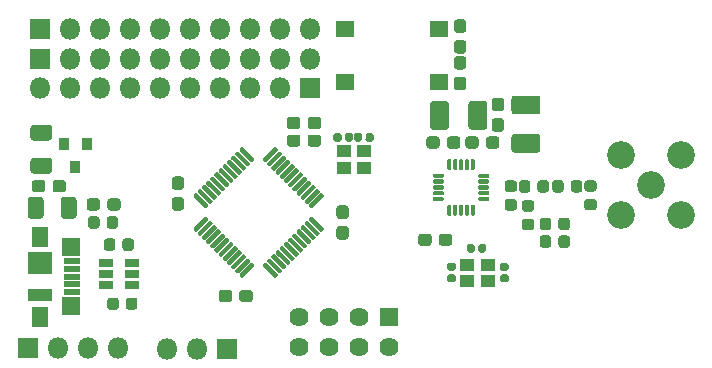
<source format=gbr>
%TF.GenerationSoftware,KiCad,Pcbnew,(5.1.6)-1*%
%TF.CreationDate,2020-09-08T20:54:55+07:00*%
%TF.ProjectId,RX_nrf24,52585f6e-7266-4323-942e-6b696361645f,rev?*%
%TF.SameCoordinates,Original*%
%TF.FileFunction,Soldermask,Top*%
%TF.FilePolarity,Negative*%
%FSLAX46Y46*%
G04 Gerber Fmt 4.6, Leading zero omitted, Abs format (unit mm)*
G04 Created by KiCad (PCBNEW (5.1.6)-1) date 2020-09-08 20:54:55*
%MOMM*%
%LPD*%
G01*
G04 APERTURE LIST*
%ADD10C,1.624000*%
%ADD11R,1.624000X1.624000*%
%ADD12R,1.250000X1.100000*%
%ADD13O,1.800000X1.800000*%
%ADD14R,1.800000X1.800000*%
%ADD15R,0.900000X1.000000*%
%ADD16C,2.350000*%
%ADD17R,2.000000X1.100000*%
%ADD18R,2.000000X1.900000*%
%ADD19R,1.400000X1.750000*%
%ADD20R,1.650000X1.525000*%
%ADD21R,1.480000X0.550000*%
%ADD22R,1.650000X1.400000*%
%ADD23R,1.160000X0.750000*%
G04 APERTURE END LIST*
%TO.C,C12*%
G36*
G01*
X193633333Y-95225000D02*
X191716667Y-95225000D01*
G75*
G02*
X191450000Y-94958333I0J266667D01*
G01*
X191450000Y-93891667D01*
G75*
G02*
X191716667Y-93625000I266667J0D01*
G01*
X193633333Y-93625000D01*
G75*
G02*
X193900000Y-93891667I0J-266667D01*
G01*
X193900000Y-94958333D01*
G75*
G02*
X193633333Y-95225000I-266667J0D01*
G01*
G37*
G36*
G01*
X193633333Y-98475000D02*
X191716667Y-98475000D01*
G75*
G02*
X191450000Y-98208333I0J266667D01*
G01*
X191450000Y-97141667D01*
G75*
G02*
X191716667Y-96875000I266667J0D01*
G01*
X193633333Y-96875000D01*
G75*
G02*
X193900000Y-97141667I0J-266667D01*
G01*
X193900000Y-98208333D01*
G75*
G02*
X193633333Y-98475000I-266667J0D01*
G01*
G37*
%TD*%
D10*
%TO.C,nRF*%
X173430000Y-114900000D03*
X173430000Y-112360000D03*
X175970000Y-114900000D03*
X175970000Y-112360000D03*
X178510000Y-114900000D03*
X178510000Y-112360000D03*
X181050000Y-114900000D03*
D11*
X181050000Y-112360000D03*
%TD*%
%TO.C,R3*%
G36*
G01*
X157220000Y-103102500D02*
X157220000Y-102577500D01*
G75*
G02*
X157482500Y-102315000I262500J0D01*
G01*
X158107500Y-102315000D01*
G75*
G02*
X158370000Y-102577500I0J-262500D01*
G01*
X158370000Y-103102500D01*
G75*
G02*
X158107500Y-103365000I-262500J0D01*
G01*
X157482500Y-103365000D01*
G75*
G02*
X157220000Y-103102500I0J262500D01*
G01*
G37*
G36*
G01*
X155470000Y-103102500D02*
X155470000Y-102577500D01*
G75*
G02*
X155732500Y-102315000I262500J0D01*
G01*
X156357500Y-102315000D01*
G75*
G02*
X156620000Y-102577500I0J-262500D01*
G01*
X156620000Y-103102500D01*
G75*
G02*
X156357500Y-103365000I-262500J0D01*
G01*
X155732500Y-103365000D01*
G75*
G02*
X155470000Y-103102500I0J262500D01*
G01*
G37*
%TD*%
%TO.C,C15*%
G36*
G01*
X167800000Y-110337500D02*
X167800000Y-110862500D01*
G75*
G02*
X167537500Y-111125000I-262500J0D01*
G01*
X166912500Y-111125000D01*
G75*
G02*
X166650000Y-110862500I0J262500D01*
G01*
X166650000Y-110337500D01*
G75*
G02*
X166912500Y-110075000I262500J0D01*
G01*
X167537500Y-110075000D01*
G75*
G02*
X167800000Y-110337500I0J-262500D01*
G01*
G37*
G36*
G01*
X169550000Y-110337500D02*
X169550000Y-110862500D01*
G75*
G02*
X169287500Y-111125000I-262500J0D01*
G01*
X168662500Y-111125000D01*
G75*
G02*
X168400000Y-110862500I0J262500D01*
G01*
X168400000Y-110337500D01*
G75*
G02*
X168662500Y-110075000I262500J0D01*
G01*
X169287500Y-110075000D01*
G75*
G02*
X169550000Y-110337500I0J-262500D01*
G01*
G37*
%TD*%
%TO.C,nRF24*%
G36*
G01*
X186005000Y-99842500D02*
X186005000Y-99092500D01*
G75*
G02*
X186092500Y-99005000I87500J0D01*
G01*
X186267500Y-99005000D01*
G75*
G02*
X186355000Y-99092500I0J-87500D01*
G01*
X186355000Y-99842500D01*
G75*
G02*
X186267500Y-99930000I-87500J0D01*
G01*
X186092500Y-99930000D01*
G75*
G02*
X186005000Y-99842500I0J87500D01*
G01*
G37*
G36*
G01*
X186505000Y-99842500D02*
X186505000Y-99092500D01*
G75*
G02*
X186592500Y-99005000I87500J0D01*
G01*
X186767500Y-99005000D01*
G75*
G02*
X186855000Y-99092500I0J-87500D01*
G01*
X186855000Y-99842500D01*
G75*
G02*
X186767500Y-99930000I-87500J0D01*
G01*
X186592500Y-99930000D01*
G75*
G02*
X186505000Y-99842500I0J87500D01*
G01*
G37*
G36*
G01*
X187005000Y-99842500D02*
X187005000Y-99092500D01*
G75*
G02*
X187092500Y-99005000I87500J0D01*
G01*
X187267500Y-99005000D01*
G75*
G02*
X187355000Y-99092500I0J-87500D01*
G01*
X187355000Y-99842500D01*
G75*
G02*
X187267500Y-99930000I-87500J0D01*
G01*
X187092500Y-99930000D01*
G75*
G02*
X187005000Y-99842500I0J87500D01*
G01*
G37*
G36*
G01*
X187505000Y-99842500D02*
X187505000Y-99092500D01*
G75*
G02*
X187592500Y-99005000I87500J0D01*
G01*
X187767500Y-99005000D01*
G75*
G02*
X187855000Y-99092500I0J-87500D01*
G01*
X187855000Y-99842500D01*
G75*
G02*
X187767500Y-99930000I-87500J0D01*
G01*
X187592500Y-99930000D01*
G75*
G02*
X187505000Y-99842500I0J87500D01*
G01*
G37*
G36*
G01*
X188005000Y-99842500D02*
X188005000Y-99092500D01*
G75*
G02*
X188092500Y-99005000I87500J0D01*
G01*
X188267500Y-99005000D01*
G75*
G02*
X188355000Y-99092500I0J-87500D01*
G01*
X188355000Y-99842500D01*
G75*
G02*
X188267500Y-99930000I-87500J0D01*
G01*
X188092500Y-99930000D01*
G75*
G02*
X188005000Y-99842500I0J87500D01*
G01*
G37*
G36*
G01*
X188655000Y-100492500D02*
X188655000Y-100317500D01*
G75*
G02*
X188742500Y-100230000I87500J0D01*
G01*
X189492500Y-100230000D01*
G75*
G02*
X189580000Y-100317500I0J-87500D01*
G01*
X189580000Y-100492500D01*
G75*
G02*
X189492500Y-100580000I-87500J0D01*
G01*
X188742500Y-100580000D01*
G75*
G02*
X188655000Y-100492500I0J87500D01*
G01*
G37*
G36*
G01*
X188655000Y-100992500D02*
X188655000Y-100817500D01*
G75*
G02*
X188742500Y-100730000I87500J0D01*
G01*
X189492500Y-100730000D01*
G75*
G02*
X189580000Y-100817500I0J-87500D01*
G01*
X189580000Y-100992500D01*
G75*
G02*
X189492500Y-101080000I-87500J0D01*
G01*
X188742500Y-101080000D01*
G75*
G02*
X188655000Y-100992500I0J87500D01*
G01*
G37*
G36*
G01*
X188655000Y-101492500D02*
X188655000Y-101317500D01*
G75*
G02*
X188742500Y-101230000I87500J0D01*
G01*
X189492500Y-101230000D01*
G75*
G02*
X189580000Y-101317500I0J-87500D01*
G01*
X189580000Y-101492500D01*
G75*
G02*
X189492500Y-101580000I-87500J0D01*
G01*
X188742500Y-101580000D01*
G75*
G02*
X188655000Y-101492500I0J87500D01*
G01*
G37*
G36*
G01*
X188655000Y-101992500D02*
X188655000Y-101817500D01*
G75*
G02*
X188742500Y-101730000I87500J0D01*
G01*
X189492500Y-101730000D01*
G75*
G02*
X189580000Y-101817500I0J-87500D01*
G01*
X189580000Y-101992500D01*
G75*
G02*
X189492500Y-102080000I-87500J0D01*
G01*
X188742500Y-102080000D01*
G75*
G02*
X188655000Y-101992500I0J87500D01*
G01*
G37*
G36*
G01*
X188655000Y-102492500D02*
X188655000Y-102317500D01*
G75*
G02*
X188742500Y-102230000I87500J0D01*
G01*
X189492500Y-102230000D01*
G75*
G02*
X189580000Y-102317500I0J-87500D01*
G01*
X189580000Y-102492500D01*
G75*
G02*
X189492500Y-102580000I-87500J0D01*
G01*
X188742500Y-102580000D01*
G75*
G02*
X188655000Y-102492500I0J87500D01*
G01*
G37*
G36*
G01*
X188005000Y-103717500D02*
X188005000Y-102967500D01*
G75*
G02*
X188092500Y-102880000I87500J0D01*
G01*
X188267500Y-102880000D01*
G75*
G02*
X188355000Y-102967500I0J-87500D01*
G01*
X188355000Y-103717500D01*
G75*
G02*
X188267500Y-103805000I-87500J0D01*
G01*
X188092500Y-103805000D01*
G75*
G02*
X188005000Y-103717500I0J87500D01*
G01*
G37*
G36*
G01*
X187505000Y-103717500D02*
X187505000Y-102967500D01*
G75*
G02*
X187592500Y-102880000I87500J0D01*
G01*
X187767500Y-102880000D01*
G75*
G02*
X187855000Y-102967500I0J-87500D01*
G01*
X187855000Y-103717500D01*
G75*
G02*
X187767500Y-103805000I-87500J0D01*
G01*
X187592500Y-103805000D01*
G75*
G02*
X187505000Y-103717500I0J87500D01*
G01*
G37*
G36*
G01*
X187005000Y-103717500D02*
X187005000Y-102967500D01*
G75*
G02*
X187092500Y-102880000I87500J0D01*
G01*
X187267500Y-102880000D01*
G75*
G02*
X187355000Y-102967500I0J-87500D01*
G01*
X187355000Y-103717500D01*
G75*
G02*
X187267500Y-103805000I-87500J0D01*
G01*
X187092500Y-103805000D01*
G75*
G02*
X187005000Y-103717500I0J87500D01*
G01*
G37*
G36*
G01*
X186505000Y-103717500D02*
X186505000Y-102967500D01*
G75*
G02*
X186592500Y-102880000I87500J0D01*
G01*
X186767500Y-102880000D01*
G75*
G02*
X186855000Y-102967500I0J-87500D01*
G01*
X186855000Y-103717500D01*
G75*
G02*
X186767500Y-103805000I-87500J0D01*
G01*
X186592500Y-103805000D01*
G75*
G02*
X186505000Y-103717500I0J87500D01*
G01*
G37*
G36*
G01*
X186005000Y-103717500D02*
X186005000Y-102967500D01*
G75*
G02*
X186092500Y-102880000I87500J0D01*
G01*
X186267500Y-102880000D01*
G75*
G02*
X186355000Y-102967500I0J-87500D01*
G01*
X186355000Y-103717500D01*
G75*
G02*
X186267500Y-103805000I-87500J0D01*
G01*
X186092500Y-103805000D01*
G75*
G02*
X186005000Y-103717500I0J87500D01*
G01*
G37*
G36*
G01*
X184780000Y-102492500D02*
X184780000Y-102317500D01*
G75*
G02*
X184867500Y-102230000I87500J0D01*
G01*
X185617500Y-102230000D01*
G75*
G02*
X185705000Y-102317500I0J-87500D01*
G01*
X185705000Y-102492500D01*
G75*
G02*
X185617500Y-102580000I-87500J0D01*
G01*
X184867500Y-102580000D01*
G75*
G02*
X184780000Y-102492500I0J87500D01*
G01*
G37*
G36*
G01*
X184780000Y-101992500D02*
X184780000Y-101817500D01*
G75*
G02*
X184867500Y-101730000I87500J0D01*
G01*
X185617500Y-101730000D01*
G75*
G02*
X185705000Y-101817500I0J-87500D01*
G01*
X185705000Y-101992500D01*
G75*
G02*
X185617500Y-102080000I-87500J0D01*
G01*
X184867500Y-102080000D01*
G75*
G02*
X184780000Y-101992500I0J87500D01*
G01*
G37*
G36*
G01*
X184780000Y-101492500D02*
X184780000Y-101317500D01*
G75*
G02*
X184867500Y-101230000I87500J0D01*
G01*
X185617500Y-101230000D01*
G75*
G02*
X185705000Y-101317500I0J-87500D01*
G01*
X185705000Y-101492500D01*
G75*
G02*
X185617500Y-101580000I-87500J0D01*
G01*
X184867500Y-101580000D01*
G75*
G02*
X184780000Y-101492500I0J87500D01*
G01*
G37*
G36*
G01*
X184780000Y-100992500D02*
X184780000Y-100817500D01*
G75*
G02*
X184867500Y-100730000I87500J0D01*
G01*
X185617500Y-100730000D01*
G75*
G02*
X185705000Y-100817500I0J-87500D01*
G01*
X185705000Y-100992500D01*
G75*
G02*
X185617500Y-101080000I-87500J0D01*
G01*
X184867500Y-101080000D01*
G75*
G02*
X184780000Y-100992500I0J87500D01*
G01*
G37*
G36*
G01*
X184780000Y-100492500D02*
X184780000Y-100317500D01*
G75*
G02*
X184867500Y-100230000I87500J0D01*
G01*
X185617500Y-100230000D01*
G75*
G02*
X185705000Y-100317500I0J-87500D01*
G01*
X185705000Y-100492500D01*
G75*
G02*
X185617500Y-100580000I-87500J0D01*
G01*
X184867500Y-100580000D01*
G75*
G02*
X184780000Y-100492500I0J87500D01*
G01*
G37*
%TD*%
%TO.C,8.2nH1*%
G36*
G01*
X191118750Y-102387500D02*
X191681250Y-102387500D01*
G75*
G02*
X191925000Y-102631250I0J-243750D01*
G01*
X191925000Y-103118750D01*
G75*
G02*
X191681250Y-103362500I-243750J0D01*
G01*
X191118750Y-103362500D01*
G75*
G02*
X190875000Y-103118750I0J243750D01*
G01*
X190875000Y-102631250D01*
G75*
G02*
X191118750Y-102387500I243750J0D01*
G01*
G37*
G36*
G01*
X191118750Y-100812500D02*
X191681250Y-100812500D01*
G75*
G02*
X191925000Y-101056250I0J-243750D01*
G01*
X191925000Y-101543750D01*
G75*
G02*
X191681250Y-101787500I-243750J0D01*
G01*
X191118750Y-101787500D01*
G75*
G02*
X190875000Y-101543750I0J243750D01*
G01*
X190875000Y-101056250D01*
G75*
G02*
X191118750Y-100812500I243750J0D01*
G01*
G37*
%TD*%
%TO.C,3.9nH1*%
G36*
G01*
X193650000Y-101601250D02*
X193650000Y-101038750D01*
G75*
G02*
X193893750Y-100795000I243750J0D01*
G01*
X194381250Y-100795000D01*
G75*
G02*
X194625000Y-101038750I0J-243750D01*
G01*
X194625000Y-101601250D01*
G75*
G02*
X194381250Y-101845000I-243750J0D01*
G01*
X193893750Y-101845000D01*
G75*
G02*
X193650000Y-101601250I0J243750D01*
G01*
G37*
G36*
G01*
X192075000Y-101601250D02*
X192075000Y-101038750D01*
G75*
G02*
X192318750Y-100795000I243750J0D01*
G01*
X192806250Y-100795000D01*
G75*
G02*
X193050000Y-101038750I0J-243750D01*
G01*
X193050000Y-101601250D01*
G75*
G02*
X192806250Y-101845000I-243750J0D01*
G01*
X192318750Y-101845000D01*
G75*
G02*
X192075000Y-101601250I0J243750D01*
G01*
G37*
%TD*%
%TO.C,2.7nH1*%
G36*
G01*
X192568750Y-104050000D02*
X193131250Y-104050000D01*
G75*
G02*
X193375000Y-104293750I0J-243750D01*
G01*
X193375000Y-104781250D01*
G75*
G02*
X193131250Y-105025000I-243750J0D01*
G01*
X192568750Y-105025000D01*
G75*
G02*
X192325000Y-104781250I0J243750D01*
G01*
X192325000Y-104293750D01*
G75*
G02*
X192568750Y-104050000I243750J0D01*
G01*
G37*
G36*
G01*
X192568750Y-102475000D02*
X193131250Y-102475000D01*
G75*
G02*
X193375000Y-102718750I0J-243750D01*
G01*
X193375000Y-103206250D01*
G75*
G02*
X193131250Y-103450000I-243750J0D01*
G01*
X192568750Y-103450000D01*
G75*
G02*
X192325000Y-103206250I0J243750D01*
G01*
X192325000Y-102718750D01*
G75*
G02*
X192568750Y-102475000I243750J0D01*
G01*
G37*
%TD*%
%TO.C,1pF3*%
G36*
G01*
X195415000Y-106271250D02*
X195415000Y-105708750D01*
G75*
G02*
X195658750Y-105465000I243750J0D01*
G01*
X196146250Y-105465000D01*
G75*
G02*
X196390000Y-105708750I0J-243750D01*
G01*
X196390000Y-106271250D01*
G75*
G02*
X196146250Y-106515000I-243750J0D01*
G01*
X195658750Y-106515000D01*
G75*
G02*
X195415000Y-106271250I0J243750D01*
G01*
G37*
G36*
G01*
X193840000Y-106271250D02*
X193840000Y-105708750D01*
G75*
G02*
X194083750Y-105465000I243750J0D01*
G01*
X194571250Y-105465000D01*
G75*
G02*
X194815000Y-105708750I0J-243750D01*
G01*
X194815000Y-106271250D01*
G75*
G02*
X194571250Y-106515000I-243750J0D01*
G01*
X194083750Y-106515000D01*
G75*
G02*
X193840000Y-106271250I0J243750D01*
G01*
G37*
%TD*%
%TO.C,1pF2*%
G36*
G01*
X197858750Y-102370000D02*
X198421250Y-102370000D01*
G75*
G02*
X198665000Y-102613750I0J-243750D01*
G01*
X198665000Y-103101250D01*
G75*
G02*
X198421250Y-103345000I-243750J0D01*
G01*
X197858750Y-103345000D01*
G75*
G02*
X197615000Y-103101250I0J243750D01*
G01*
X197615000Y-102613750D01*
G75*
G02*
X197858750Y-102370000I243750J0D01*
G01*
G37*
G36*
G01*
X197858750Y-100795000D02*
X198421250Y-100795000D01*
G75*
G02*
X198665000Y-101038750I0J-243750D01*
G01*
X198665000Y-101526250D01*
G75*
G02*
X198421250Y-101770000I-243750J0D01*
G01*
X197858750Y-101770000D01*
G75*
G02*
X197615000Y-101526250I0J243750D01*
G01*
X197615000Y-101038750D01*
G75*
G02*
X197858750Y-100795000I243750J0D01*
G01*
G37*
%TD*%
%TO.C,1pF1*%
G36*
G01*
X195415000Y-104781250D02*
X195415000Y-104218750D01*
G75*
G02*
X195658750Y-103975000I243750J0D01*
G01*
X196146250Y-103975000D01*
G75*
G02*
X196390000Y-104218750I0J-243750D01*
G01*
X196390000Y-104781250D01*
G75*
G02*
X196146250Y-105025000I-243750J0D01*
G01*
X195658750Y-105025000D01*
G75*
G02*
X195415000Y-104781250I0J243750D01*
G01*
G37*
G36*
G01*
X193840000Y-104781250D02*
X193840000Y-104218750D01*
G75*
G02*
X194083750Y-103975000I243750J0D01*
G01*
X194571250Y-103975000D01*
G75*
G02*
X194815000Y-104218750I0J-243750D01*
G01*
X194815000Y-104781250D01*
G75*
G02*
X194571250Y-105025000I-243750J0D01*
G01*
X194083750Y-105025000D01*
G75*
G02*
X193840000Y-104781250I0J243750D01*
G01*
G37*
%TD*%
%TO.C,1.5pF1*%
G36*
G01*
X196470000Y-101591250D02*
X196470000Y-101028750D01*
G75*
G02*
X196713750Y-100785000I243750J0D01*
G01*
X197201250Y-100785000D01*
G75*
G02*
X197445000Y-101028750I0J-243750D01*
G01*
X197445000Y-101591250D01*
G75*
G02*
X197201250Y-101835000I-243750J0D01*
G01*
X196713750Y-101835000D01*
G75*
G02*
X196470000Y-101591250I0J243750D01*
G01*
G37*
G36*
G01*
X194895000Y-101591250D02*
X194895000Y-101028750D01*
G75*
G02*
X195138750Y-100785000I243750J0D01*
G01*
X195626250Y-100785000D01*
G75*
G02*
X195870000Y-101028750I0J-243750D01*
G01*
X195870000Y-101591250D01*
G75*
G02*
X195626250Y-101835000I-243750J0D01*
G01*
X195138750Y-101835000D01*
G75*
G02*
X194895000Y-101591250I0J243750D01*
G01*
G37*
%TD*%
%TO.C,STM32*%
G36*
G01*
X174593161Y-103896231D02*
X175565434Y-104868502D01*
G75*
G02*
X175565434Y-105009924I-70711J-70711D01*
G01*
X175424012Y-105151346D01*
G75*
G02*
X175282590Y-105151346I-70711J70711D01*
G01*
X174310318Y-104179074D01*
G75*
G02*
X174310318Y-104037652I70711J70711D01*
G01*
X174451740Y-103896230D01*
G75*
G02*
X174593162Y-103896230I70711J-70711D01*
G01*
G37*
G36*
G01*
X174239607Y-104249785D02*
X175211880Y-105222056D01*
G75*
G02*
X175211880Y-105363478I-70711J-70711D01*
G01*
X175070458Y-105504900D01*
G75*
G02*
X174929036Y-105504900I-70711J70711D01*
G01*
X173956764Y-104532628D01*
G75*
G02*
X173956764Y-104391206I70711J70711D01*
G01*
X174098186Y-104249784D01*
G75*
G02*
X174239608Y-104249784I70711J-70711D01*
G01*
G37*
G36*
G01*
X173886054Y-104603338D02*
X174858327Y-105575609D01*
G75*
G02*
X174858327Y-105717031I-70711J-70711D01*
G01*
X174716905Y-105858453D01*
G75*
G02*
X174575483Y-105858453I-70711J70711D01*
G01*
X173603211Y-104886181D01*
G75*
G02*
X173603211Y-104744759I70711J70711D01*
G01*
X173744633Y-104603337D01*
G75*
G02*
X173886055Y-104603337I70711J-70711D01*
G01*
G37*
G36*
G01*
X173532500Y-104956892D02*
X174504773Y-105929163D01*
G75*
G02*
X174504773Y-106070585I-70711J-70711D01*
G01*
X174363351Y-106212007D01*
G75*
G02*
X174221929Y-106212007I-70711J70711D01*
G01*
X173249657Y-105239735D01*
G75*
G02*
X173249657Y-105098313I70711J70711D01*
G01*
X173391079Y-104956891D01*
G75*
G02*
X173532501Y-104956891I70711J-70711D01*
G01*
G37*
G36*
G01*
X173178947Y-105310445D02*
X174151220Y-106282716D01*
G75*
G02*
X174151220Y-106424138I-70711J-70711D01*
G01*
X174009798Y-106565560D01*
G75*
G02*
X173868376Y-106565560I-70711J70711D01*
G01*
X172896104Y-105593288D01*
G75*
G02*
X172896104Y-105451866I70711J70711D01*
G01*
X173037526Y-105310444D01*
G75*
G02*
X173178948Y-105310444I70711J-70711D01*
G01*
G37*
G36*
G01*
X172825394Y-105663998D02*
X173797667Y-106636269D01*
G75*
G02*
X173797667Y-106777691I-70711J-70711D01*
G01*
X173656245Y-106919113D01*
G75*
G02*
X173514823Y-106919113I-70711J70711D01*
G01*
X172542551Y-105946841D01*
G75*
G02*
X172542551Y-105805419I70711J70711D01*
G01*
X172683973Y-105663997D01*
G75*
G02*
X172825395Y-105663997I70711J-70711D01*
G01*
G37*
G36*
G01*
X172471840Y-106017552D02*
X173444113Y-106989823D01*
G75*
G02*
X173444113Y-107131245I-70711J-70711D01*
G01*
X173302691Y-107272667D01*
G75*
G02*
X173161269Y-107272667I-70711J70711D01*
G01*
X172188997Y-106300395D01*
G75*
G02*
X172188997Y-106158973I70711J70711D01*
G01*
X172330419Y-106017551D01*
G75*
G02*
X172471841Y-106017551I70711J-70711D01*
G01*
G37*
G36*
G01*
X172118287Y-106371105D02*
X173090560Y-107343376D01*
G75*
G02*
X173090560Y-107484798I-70711J-70711D01*
G01*
X172949138Y-107626220D01*
G75*
G02*
X172807716Y-107626220I-70711J70711D01*
G01*
X171835444Y-106653948D01*
G75*
G02*
X171835444Y-106512526I70711J70711D01*
G01*
X171976866Y-106371104D01*
G75*
G02*
X172118288Y-106371104I70711J-70711D01*
G01*
G37*
G36*
G01*
X171764734Y-106724658D02*
X172737007Y-107696929D01*
G75*
G02*
X172737007Y-107838351I-70711J-70711D01*
G01*
X172595585Y-107979773D01*
G75*
G02*
X172454163Y-107979773I-70711J70711D01*
G01*
X171481891Y-107007501D01*
G75*
G02*
X171481891Y-106866079I70711J70711D01*
G01*
X171623313Y-106724657D01*
G75*
G02*
X171764735Y-106724657I70711J-70711D01*
G01*
G37*
G36*
G01*
X171411180Y-107078212D02*
X172383453Y-108050483D01*
G75*
G02*
X172383453Y-108191905I-70711J-70711D01*
G01*
X172242031Y-108333327D01*
G75*
G02*
X172100609Y-108333327I-70711J70711D01*
G01*
X171128337Y-107361055D01*
G75*
G02*
X171128337Y-107219633I70711J70711D01*
G01*
X171269759Y-107078211D01*
G75*
G02*
X171411181Y-107078211I70711J-70711D01*
G01*
G37*
G36*
G01*
X171057627Y-107431765D02*
X172029900Y-108404036D01*
G75*
G02*
X172029900Y-108545458I-70711J-70711D01*
G01*
X171888478Y-108686880D01*
G75*
G02*
X171747056Y-108686880I-70711J70711D01*
G01*
X170774784Y-107714608D01*
G75*
G02*
X170774784Y-107573186I70711J70711D01*
G01*
X170916206Y-107431764D01*
G75*
G02*
X171057628Y-107431764I70711J-70711D01*
G01*
G37*
G36*
G01*
X170704073Y-107785319D02*
X171676346Y-108757590D01*
G75*
G02*
X171676346Y-108899012I-70711J-70711D01*
G01*
X171534924Y-109040434D01*
G75*
G02*
X171393502Y-109040434I-70711J70711D01*
G01*
X170421230Y-108068162D01*
G75*
G02*
X170421230Y-107926740I70711J70711D01*
G01*
X170562652Y-107785318D01*
G75*
G02*
X170704074Y-107785318I70711J-70711D01*
G01*
G37*
G36*
G01*
X169537348Y-107785319D02*
X169678770Y-107926740D01*
G75*
G02*
X169678770Y-108068162I-70711J-70711D01*
G01*
X168706498Y-109040434D01*
G75*
G02*
X168565076Y-109040434I-70711J70711D01*
G01*
X168423654Y-108899012D01*
G75*
G02*
X168423654Y-108757590I70711J70711D01*
G01*
X169395926Y-107785318D01*
G75*
G02*
X169537348Y-107785318I70711J-70711D01*
G01*
G37*
G36*
G01*
X169183794Y-107431765D02*
X169325216Y-107573186D01*
G75*
G02*
X169325216Y-107714608I-70711J-70711D01*
G01*
X168352944Y-108686880D01*
G75*
G02*
X168211522Y-108686880I-70711J70711D01*
G01*
X168070100Y-108545458D01*
G75*
G02*
X168070100Y-108404036I70711J70711D01*
G01*
X169042372Y-107431764D01*
G75*
G02*
X169183794Y-107431764I70711J-70711D01*
G01*
G37*
G36*
G01*
X168830241Y-107078212D02*
X168971663Y-107219633D01*
G75*
G02*
X168971663Y-107361055I-70711J-70711D01*
G01*
X167999391Y-108333327D01*
G75*
G02*
X167857969Y-108333327I-70711J70711D01*
G01*
X167716547Y-108191905D01*
G75*
G02*
X167716547Y-108050483I70711J70711D01*
G01*
X168688819Y-107078211D01*
G75*
G02*
X168830241Y-107078211I70711J-70711D01*
G01*
G37*
G36*
G01*
X168476687Y-106724658D02*
X168618109Y-106866079D01*
G75*
G02*
X168618109Y-107007501I-70711J-70711D01*
G01*
X167645837Y-107979773D01*
G75*
G02*
X167504415Y-107979773I-70711J70711D01*
G01*
X167362993Y-107838351D01*
G75*
G02*
X167362993Y-107696929I70711J70711D01*
G01*
X168335265Y-106724657D01*
G75*
G02*
X168476687Y-106724657I70711J-70711D01*
G01*
G37*
G36*
G01*
X168123134Y-106371105D02*
X168264556Y-106512526D01*
G75*
G02*
X168264556Y-106653948I-70711J-70711D01*
G01*
X167292284Y-107626220D01*
G75*
G02*
X167150862Y-107626220I-70711J70711D01*
G01*
X167009440Y-107484798D01*
G75*
G02*
X167009440Y-107343376I70711J70711D01*
G01*
X167981712Y-106371104D01*
G75*
G02*
X168123134Y-106371104I70711J-70711D01*
G01*
G37*
G36*
G01*
X167769581Y-106017552D02*
X167911003Y-106158973D01*
G75*
G02*
X167911003Y-106300395I-70711J-70711D01*
G01*
X166938731Y-107272667D01*
G75*
G02*
X166797309Y-107272667I-70711J70711D01*
G01*
X166655887Y-107131245D01*
G75*
G02*
X166655887Y-106989823I70711J70711D01*
G01*
X167628159Y-106017551D01*
G75*
G02*
X167769581Y-106017551I70711J-70711D01*
G01*
G37*
G36*
G01*
X167416027Y-105663998D02*
X167557449Y-105805419D01*
G75*
G02*
X167557449Y-105946841I-70711J-70711D01*
G01*
X166585177Y-106919113D01*
G75*
G02*
X166443755Y-106919113I-70711J70711D01*
G01*
X166302333Y-106777691D01*
G75*
G02*
X166302333Y-106636269I70711J70711D01*
G01*
X167274605Y-105663997D01*
G75*
G02*
X167416027Y-105663997I70711J-70711D01*
G01*
G37*
G36*
G01*
X167062474Y-105310445D02*
X167203896Y-105451866D01*
G75*
G02*
X167203896Y-105593288I-70711J-70711D01*
G01*
X166231624Y-106565560D01*
G75*
G02*
X166090202Y-106565560I-70711J70711D01*
G01*
X165948780Y-106424138D01*
G75*
G02*
X165948780Y-106282716I70711J70711D01*
G01*
X166921052Y-105310444D01*
G75*
G02*
X167062474Y-105310444I70711J-70711D01*
G01*
G37*
G36*
G01*
X166708921Y-104956892D02*
X166850343Y-105098313D01*
G75*
G02*
X166850343Y-105239735I-70711J-70711D01*
G01*
X165878071Y-106212007D01*
G75*
G02*
X165736649Y-106212007I-70711J70711D01*
G01*
X165595227Y-106070585D01*
G75*
G02*
X165595227Y-105929163I70711J70711D01*
G01*
X166567499Y-104956891D01*
G75*
G02*
X166708921Y-104956891I70711J-70711D01*
G01*
G37*
G36*
G01*
X166355367Y-104603338D02*
X166496789Y-104744759D01*
G75*
G02*
X166496789Y-104886181I-70711J-70711D01*
G01*
X165524517Y-105858453D01*
G75*
G02*
X165383095Y-105858453I-70711J70711D01*
G01*
X165241673Y-105717031D01*
G75*
G02*
X165241673Y-105575609I70711J70711D01*
G01*
X166213945Y-104603337D01*
G75*
G02*
X166355367Y-104603337I70711J-70711D01*
G01*
G37*
G36*
G01*
X166001814Y-104249785D02*
X166143236Y-104391206D01*
G75*
G02*
X166143236Y-104532628I-70711J-70711D01*
G01*
X165170964Y-105504900D01*
G75*
G02*
X165029542Y-105504900I-70711J70711D01*
G01*
X164888120Y-105363478D01*
G75*
G02*
X164888120Y-105222056I70711J70711D01*
G01*
X165860392Y-104249784D01*
G75*
G02*
X166001814Y-104249784I70711J-70711D01*
G01*
G37*
G36*
G01*
X165648260Y-103896231D02*
X165789682Y-104037652D01*
G75*
G02*
X165789682Y-104179074I-70711J-70711D01*
G01*
X164817410Y-105151346D01*
G75*
G02*
X164675988Y-105151346I-70711J70711D01*
G01*
X164534566Y-105009924D01*
G75*
G02*
X164534566Y-104868502I70711J70711D01*
G01*
X165506838Y-103896230D01*
G75*
G02*
X165648260Y-103896230I70711J-70711D01*
G01*
G37*
G36*
G01*
X164817409Y-101898655D02*
X165789682Y-102870926D01*
G75*
G02*
X165789682Y-103012348I-70711J-70711D01*
G01*
X165648260Y-103153770D01*
G75*
G02*
X165506838Y-103153770I-70711J70711D01*
G01*
X164534566Y-102181498D01*
G75*
G02*
X164534566Y-102040076I70711J70711D01*
G01*
X164675988Y-101898654D01*
G75*
G02*
X164817410Y-101898654I70711J-70711D01*
G01*
G37*
G36*
G01*
X165170963Y-101545101D02*
X166143236Y-102517372D01*
G75*
G02*
X166143236Y-102658794I-70711J-70711D01*
G01*
X166001814Y-102800216D01*
G75*
G02*
X165860392Y-102800216I-70711J70711D01*
G01*
X164888120Y-101827944D01*
G75*
G02*
X164888120Y-101686522I70711J70711D01*
G01*
X165029542Y-101545100D01*
G75*
G02*
X165170964Y-101545100I70711J-70711D01*
G01*
G37*
G36*
G01*
X165524516Y-101191548D02*
X166496789Y-102163819D01*
G75*
G02*
X166496789Y-102305241I-70711J-70711D01*
G01*
X166355367Y-102446663D01*
G75*
G02*
X166213945Y-102446663I-70711J70711D01*
G01*
X165241673Y-101474391D01*
G75*
G02*
X165241673Y-101332969I70711J70711D01*
G01*
X165383095Y-101191547D01*
G75*
G02*
X165524517Y-101191547I70711J-70711D01*
G01*
G37*
G36*
G01*
X165878070Y-100837994D02*
X166850343Y-101810265D01*
G75*
G02*
X166850343Y-101951687I-70711J-70711D01*
G01*
X166708921Y-102093109D01*
G75*
G02*
X166567499Y-102093109I-70711J70711D01*
G01*
X165595227Y-101120837D01*
G75*
G02*
X165595227Y-100979415I70711J70711D01*
G01*
X165736649Y-100837993D01*
G75*
G02*
X165878071Y-100837993I70711J-70711D01*
G01*
G37*
G36*
G01*
X166231623Y-100484441D02*
X167203896Y-101456712D01*
G75*
G02*
X167203896Y-101598134I-70711J-70711D01*
G01*
X167062474Y-101739556D01*
G75*
G02*
X166921052Y-101739556I-70711J70711D01*
G01*
X165948780Y-100767284D01*
G75*
G02*
X165948780Y-100625862I70711J70711D01*
G01*
X166090202Y-100484440D01*
G75*
G02*
X166231624Y-100484440I70711J-70711D01*
G01*
G37*
G36*
G01*
X166585176Y-100130888D02*
X167557449Y-101103159D01*
G75*
G02*
X167557449Y-101244581I-70711J-70711D01*
G01*
X167416027Y-101386003D01*
G75*
G02*
X167274605Y-101386003I-70711J70711D01*
G01*
X166302333Y-100413731D01*
G75*
G02*
X166302333Y-100272309I70711J70711D01*
G01*
X166443755Y-100130887D01*
G75*
G02*
X166585177Y-100130887I70711J-70711D01*
G01*
G37*
G36*
G01*
X166938730Y-99777334D02*
X167911003Y-100749605D01*
G75*
G02*
X167911003Y-100891027I-70711J-70711D01*
G01*
X167769581Y-101032449D01*
G75*
G02*
X167628159Y-101032449I-70711J70711D01*
G01*
X166655887Y-100060177D01*
G75*
G02*
X166655887Y-99918755I70711J70711D01*
G01*
X166797309Y-99777333D01*
G75*
G02*
X166938731Y-99777333I70711J-70711D01*
G01*
G37*
G36*
G01*
X167292283Y-99423781D02*
X168264556Y-100396052D01*
G75*
G02*
X168264556Y-100537474I-70711J-70711D01*
G01*
X168123134Y-100678896D01*
G75*
G02*
X167981712Y-100678896I-70711J70711D01*
G01*
X167009440Y-99706624D01*
G75*
G02*
X167009440Y-99565202I70711J70711D01*
G01*
X167150862Y-99423780D01*
G75*
G02*
X167292284Y-99423780I70711J-70711D01*
G01*
G37*
G36*
G01*
X167645836Y-99070228D02*
X168618109Y-100042499D01*
G75*
G02*
X168618109Y-100183921I-70711J-70711D01*
G01*
X168476687Y-100325343D01*
G75*
G02*
X168335265Y-100325343I-70711J70711D01*
G01*
X167362993Y-99353071D01*
G75*
G02*
X167362993Y-99211649I70711J70711D01*
G01*
X167504415Y-99070227D01*
G75*
G02*
X167645837Y-99070227I70711J-70711D01*
G01*
G37*
G36*
G01*
X167999390Y-98716674D02*
X168971663Y-99688945D01*
G75*
G02*
X168971663Y-99830367I-70711J-70711D01*
G01*
X168830241Y-99971789D01*
G75*
G02*
X168688819Y-99971789I-70711J70711D01*
G01*
X167716547Y-98999517D01*
G75*
G02*
X167716547Y-98858095I70711J70711D01*
G01*
X167857969Y-98716673D01*
G75*
G02*
X167999391Y-98716673I70711J-70711D01*
G01*
G37*
G36*
G01*
X168352943Y-98363121D02*
X169325216Y-99335392D01*
G75*
G02*
X169325216Y-99476814I-70711J-70711D01*
G01*
X169183794Y-99618236D01*
G75*
G02*
X169042372Y-99618236I-70711J70711D01*
G01*
X168070100Y-98645964D01*
G75*
G02*
X168070100Y-98504542I70711J70711D01*
G01*
X168211522Y-98363120D01*
G75*
G02*
X168352944Y-98363120I70711J-70711D01*
G01*
G37*
G36*
G01*
X168706497Y-98009567D02*
X169678770Y-98981838D01*
G75*
G02*
X169678770Y-99123260I-70711J-70711D01*
G01*
X169537348Y-99264682D01*
G75*
G02*
X169395926Y-99264682I-70711J70711D01*
G01*
X168423654Y-98292410D01*
G75*
G02*
X168423654Y-98150988I70711J70711D01*
G01*
X168565076Y-98009566D01*
G75*
G02*
X168706498Y-98009566I70711J-70711D01*
G01*
G37*
G36*
G01*
X171534924Y-98009567D02*
X171676346Y-98150988D01*
G75*
G02*
X171676346Y-98292410I-70711J-70711D01*
G01*
X170704074Y-99264682D01*
G75*
G02*
X170562652Y-99264682I-70711J70711D01*
G01*
X170421230Y-99123260D01*
G75*
G02*
X170421230Y-98981838I70711J70711D01*
G01*
X171393502Y-98009566D01*
G75*
G02*
X171534924Y-98009566I70711J-70711D01*
G01*
G37*
G36*
G01*
X171888478Y-98363121D02*
X172029900Y-98504542D01*
G75*
G02*
X172029900Y-98645964I-70711J-70711D01*
G01*
X171057628Y-99618236D01*
G75*
G02*
X170916206Y-99618236I-70711J70711D01*
G01*
X170774784Y-99476814D01*
G75*
G02*
X170774784Y-99335392I70711J70711D01*
G01*
X171747056Y-98363120D01*
G75*
G02*
X171888478Y-98363120I70711J-70711D01*
G01*
G37*
G36*
G01*
X172242031Y-98716674D02*
X172383453Y-98858095D01*
G75*
G02*
X172383453Y-98999517I-70711J-70711D01*
G01*
X171411181Y-99971789D01*
G75*
G02*
X171269759Y-99971789I-70711J70711D01*
G01*
X171128337Y-99830367D01*
G75*
G02*
X171128337Y-99688945I70711J70711D01*
G01*
X172100609Y-98716673D01*
G75*
G02*
X172242031Y-98716673I70711J-70711D01*
G01*
G37*
G36*
G01*
X172595585Y-99070228D02*
X172737007Y-99211649D01*
G75*
G02*
X172737007Y-99353071I-70711J-70711D01*
G01*
X171764735Y-100325343D01*
G75*
G02*
X171623313Y-100325343I-70711J70711D01*
G01*
X171481891Y-100183921D01*
G75*
G02*
X171481891Y-100042499I70711J70711D01*
G01*
X172454163Y-99070227D01*
G75*
G02*
X172595585Y-99070227I70711J-70711D01*
G01*
G37*
G36*
G01*
X172949138Y-99423781D02*
X173090560Y-99565202D01*
G75*
G02*
X173090560Y-99706624I-70711J-70711D01*
G01*
X172118288Y-100678896D01*
G75*
G02*
X171976866Y-100678896I-70711J70711D01*
G01*
X171835444Y-100537474D01*
G75*
G02*
X171835444Y-100396052I70711J70711D01*
G01*
X172807716Y-99423780D01*
G75*
G02*
X172949138Y-99423780I70711J-70711D01*
G01*
G37*
G36*
G01*
X173302691Y-99777334D02*
X173444113Y-99918755D01*
G75*
G02*
X173444113Y-100060177I-70711J-70711D01*
G01*
X172471841Y-101032449D01*
G75*
G02*
X172330419Y-101032449I-70711J70711D01*
G01*
X172188997Y-100891027D01*
G75*
G02*
X172188997Y-100749605I70711J70711D01*
G01*
X173161269Y-99777333D01*
G75*
G02*
X173302691Y-99777333I70711J-70711D01*
G01*
G37*
G36*
G01*
X173656245Y-100130888D02*
X173797667Y-100272309D01*
G75*
G02*
X173797667Y-100413731I-70711J-70711D01*
G01*
X172825395Y-101386003D01*
G75*
G02*
X172683973Y-101386003I-70711J70711D01*
G01*
X172542551Y-101244581D01*
G75*
G02*
X172542551Y-101103159I70711J70711D01*
G01*
X173514823Y-100130887D01*
G75*
G02*
X173656245Y-100130887I70711J-70711D01*
G01*
G37*
G36*
G01*
X174009798Y-100484441D02*
X174151220Y-100625862D01*
G75*
G02*
X174151220Y-100767284I-70711J-70711D01*
G01*
X173178948Y-101739556D01*
G75*
G02*
X173037526Y-101739556I-70711J70711D01*
G01*
X172896104Y-101598134D01*
G75*
G02*
X172896104Y-101456712I70711J70711D01*
G01*
X173868376Y-100484440D01*
G75*
G02*
X174009798Y-100484440I70711J-70711D01*
G01*
G37*
G36*
G01*
X174363351Y-100837994D02*
X174504773Y-100979415D01*
G75*
G02*
X174504773Y-101120837I-70711J-70711D01*
G01*
X173532501Y-102093109D01*
G75*
G02*
X173391079Y-102093109I-70711J70711D01*
G01*
X173249657Y-101951687D01*
G75*
G02*
X173249657Y-101810265I70711J70711D01*
G01*
X174221929Y-100837993D01*
G75*
G02*
X174363351Y-100837993I70711J-70711D01*
G01*
G37*
G36*
G01*
X174716905Y-101191548D02*
X174858327Y-101332969D01*
G75*
G02*
X174858327Y-101474391I-70711J-70711D01*
G01*
X173886055Y-102446663D01*
G75*
G02*
X173744633Y-102446663I-70711J70711D01*
G01*
X173603211Y-102305241D01*
G75*
G02*
X173603211Y-102163819I70711J70711D01*
G01*
X174575483Y-101191547D01*
G75*
G02*
X174716905Y-101191547I70711J-70711D01*
G01*
G37*
G36*
G01*
X175070458Y-101545101D02*
X175211880Y-101686522D01*
G75*
G02*
X175211880Y-101827944I-70711J-70711D01*
G01*
X174239608Y-102800216D01*
G75*
G02*
X174098186Y-102800216I-70711J70711D01*
G01*
X173956764Y-102658794D01*
G75*
G02*
X173956764Y-102517372I70711J70711D01*
G01*
X174929036Y-101545100D01*
G75*
G02*
X175070458Y-101545100I70711J-70711D01*
G01*
G37*
G36*
G01*
X175424012Y-101898655D02*
X175565434Y-102040076D01*
G75*
G02*
X175565434Y-102181498I-70711J-70711D01*
G01*
X174593162Y-103153770D01*
G75*
G02*
X174451740Y-103153770I-70711J70711D01*
G01*
X174310318Y-103012348D01*
G75*
G02*
X174310318Y-102870926I70711J70711D01*
G01*
X175282590Y-101898654D01*
G75*
G02*
X175424012Y-101898654I70711J-70711D01*
G01*
G37*
%TD*%
%TO.C,C2*%
G36*
G01*
X177340000Y-97347500D02*
X177340000Y-96952500D01*
G75*
G02*
X177512500Y-96780000I172500J0D01*
G01*
X177857500Y-96780000D01*
G75*
G02*
X178030000Y-96952500I0J-172500D01*
G01*
X178030000Y-97347500D01*
G75*
G02*
X177857500Y-97520000I-172500J0D01*
G01*
X177512500Y-97520000D01*
G75*
G02*
X177340000Y-97347500I0J172500D01*
G01*
G37*
G36*
G01*
X176370000Y-97347500D02*
X176370000Y-96952500D01*
G75*
G02*
X176542500Y-96780000I172500J0D01*
G01*
X176887500Y-96780000D01*
G75*
G02*
X177060000Y-96952500I0J-172500D01*
G01*
X177060000Y-97347500D01*
G75*
G02*
X176887500Y-97520000I-172500J0D01*
G01*
X176542500Y-97520000D01*
G75*
G02*
X176370000Y-97347500I0J172500D01*
G01*
G37*
%TD*%
%TO.C,C1*%
G36*
G01*
X178810000Y-96952500D02*
X178810000Y-97347500D01*
G75*
G02*
X178637500Y-97520000I-172500J0D01*
G01*
X178292500Y-97520000D01*
G75*
G02*
X178120000Y-97347500I0J172500D01*
G01*
X178120000Y-96952500D01*
G75*
G02*
X178292500Y-96780000I172500J0D01*
G01*
X178637500Y-96780000D01*
G75*
G02*
X178810000Y-96952500I0J-172500D01*
G01*
G37*
G36*
G01*
X179780000Y-96952500D02*
X179780000Y-97347500D01*
G75*
G02*
X179607500Y-97520000I-172500J0D01*
G01*
X179262500Y-97520000D01*
G75*
G02*
X179090000Y-97347500I0J172500D01*
G01*
X179090000Y-96952500D01*
G75*
G02*
X179262500Y-96780000I172500J0D01*
G01*
X179607500Y-96780000D01*
G75*
G02*
X179780000Y-96952500I0J-172500D01*
G01*
G37*
%TD*%
D12*
%TO.C,Y2*%
X189465000Y-109345000D03*
X187715000Y-109345000D03*
X187715000Y-107945000D03*
X189465000Y-107945000D03*
%TD*%
%TO.C,R7*%
G36*
G01*
X188350000Y-106352500D02*
X188350000Y-106747500D01*
G75*
G02*
X188177500Y-106920000I-172500J0D01*
G01*
X187832500Y-106920000D01*
G75*
G02*
X187660000Y-106747500I0J172500D01*
G01*
X187660000Y-106352500D01*
G75*
G02*
X187832500Y-106180000I172500J0D01*
G01*
X188177500Y-106180000D01*
G75*
G02*
X188350000Y-106352500I0J-172500D01*
G01*
G37*
G36*
G01*
X189320000Y-106352500D02*
X189320000Y-106747500D01*
G75*
G02*
X189147500Y-106920000I-172500J0D01*
G01*
X188802500Y-106920000D01*
G75*
G02*
X188630000Y-106747500I0J172500D01*
G01*
X188630000Y-106352500D01*
G75*
G02*
X188802500Y-106180000I172500J0D01*
G01*
X189147500Y-106180000D01*
G75*
G02*
X189320000Y-106352500I0J-172500D01*
G01*
G37*
%TD*%
%TO.C,C22*%
G36*
G01*
X186172500Y-108750000D02*
X186567500Y-108750000D01*
G75*
G02*
X186740000Y-108922500I0J-172500D01*
G01*
X186740000Y-109267500D01*
G75*
G02*
X186567500Y-109440000I-172500J0D01*
G01*
X186172500Y-109440000D01*
G75*
G02*
X186000000Y-109267500I0J172500D01*
G01*
X186000000Y-108922500D01*
G75*
G02*
X186172500Y-108750000I172500J0D01*
G01*
G37*
G36*
G01*
X186172500Y-107780000D02*
X186567500Y-107780000D01*
G75*
G02*
X186740000Y-107952500I0J-172500D01*
G01*
X186740000Y-108297500D01*
G75*
G02*
X186567500Y-108470000I-172500J0D01*
G01*
X186172500Y-108470000D01*
G75*
G02*
X186000000Y-108297500I0J172500D01*
G01*
X186000000Y-107952500D01*
G75*
G02*
X186172500Y-107780000I172500J0D01*
G01*
G37*
%TD*%
%TO.C,C20*%
G36*
G01*
X191037500Y-108475000D02*
X190642500Y-108475000D01*
G75*
G02*
X190470000Y-108302500I0J172500D01*
G01*
X190470000Y-107957500D01*
G75*
G02*
X190642500Y-107785000I172500J0D01*
G01*
X191037500Y-107785000D01*
G75*
G02*
X191210000Y-107957500I0J-172500D01*
G01*
X191210000Y-108302500D01*
G75*
G02*
X191037500Y-108475000I-172500J0D01*
G01*
G37*
G36*
G01*
X191037500Y-109445000D02*
X190642500Y-109445000D01*
G75*
G02*
X190470000Y-109272500I0J172500D01*
G01*
X190470000Y-108927500D01*
G75*
G02*
X190642500Y-108755000I172500J0D01*
G01*
X191037500Y-108755000D01*
G75*
G02*
X191210000Y-108927500I0J-172500D01*
G01*
X191210000Y-109272500D01*
G75*
G02*
X191037500Y-109445000I-172500J0D01*
G01*
G37*
%TD*%
%TO.C,R1*%
G36*
G01*
X158200000Y-110968750D02*
X158200000Y-111531250D01*
G75*
G02*
X157956250Y-111775000I-243750J0D01*
G01*
X157468750Y-111775000D01*
G75*
G02*
X157225000Y-111531250I0J243750D01*
G01*
X157225000Y-110968750D01*
G75*
G02*
X157468750Y-110725000I243750J0D01*
G01*
X157956250Y-110725000D01*
G75*
G02*
X158200000Y-110968750I0J-243750D01*
G01*
G37*
G36*
G01*
X159775000Y-110968750D02*
X159775000Y-111531250D01*
G75*
G02*
X159531250Y-111775000I-243750J0D01*
G01*
X159043750Y-111775000D01*
G75*
G02*
X158800000Y-111531250I0J243750D01*
G01*
X158800000Y-110968750D01*
G75*
G02*
X159043750Y-110725000I243750J0D01*
G01*
X159531250Y-110725000D01*
G75*
G02*
X159775000Y-110968750I0J-243750D01*
G01*
G37*
%TD*%
%TO.C,C13*%
G36*
G01*
X158512500Y-106531250D02*
X158512500Y-105968750D01*
G75*
G02*
X158756250Y-105725000I243750J0D01*
G01*
X159243750Y-105725000D01*
G75*
G02*
X159487500Y-105968750I0J-243750D01*
G01*
X159487500Y-106531250D01*
G75*
G02*
X159243750Y-106775000I-243750J0D01*
G01*
X158756250Y-106775000D01*
G75*
G02*
X158512500Y-106531250I0J243750D01*
G01*
G37*
G36*
G01*
X156937500Y-106531250D02*
X156937500Y-105968750D01*
G75*
G02*
X157181250Y-105725000I243750J0D01*
G01*
X157668750Y-105725000D01*
G75*
G02*
X157912500Y-105968750I0J-243750D01*
G01*
X157912500Y-106531250D01*
G75*
G02*
X157668750Y-106775000I-243750J0D01*
G01*
X157181250Y-106775000D01*
G75*
G02*
X156937500Y-106531250I0J243750D01*
G01*
G37*
%TD*%
D13*
%TO.C,J4*%
X151510000Y-93000000D03*
X154050000Y-93000000D03*
X156590000Y-93000000D03*
X159130000Y-93000000D03*
X161670000Y-93000000D03*
X164210000Y-93000000D03*
X166750000Y-93000000D03*
X169290000Y-93000000D03*
X171830000Y-93000000D03*
D14*
X174370000Y-93000000D03*
%TD*%
%TO.C,C10*%
G36*
G01*
X163472500Y-101620000D02*
X162947500Y-101620000D01*
G75*
G02*
X162685000Y-101357500I0J262500D01*
G01*
X162685000Y-100732500D01*
G75*
G02*
X162947500Y-100470000I262500J0D01*
G01*
X163472500Y-100470000D01*
G75*
G02*
X163735000Y-100732500I0J-262500D01*
G01*
X163735000Y-101357500D01*
G75*
G02*
X163472500Y-101620000I-262500J0D01*
G01*
G37*
G36*
G01*
X163472500Y-103370000D02*
X162947500Y-103370000D01*
G75*
G02*
X162685000Y-103107500I0J262500D01*
G01*
X162685000Y-102482500D01*
G75*
G02*
X162947500Y-102220000I262500J0D01*
G01*
X163472500Y-102220000D01*
G75*
G02*
X163735000Y-102482500I0J-262500D01*
G01*
X163735000Y-103107500D01*
G75*
G02*
X163472500Y-103370000I-262500J0D01*
G01*
G37*
%TD*%
D15*
%TO.C,U2*%
X154520000Y-99710000D03*
X153570000Y-97710000D03*
X155470000Y-97710000D03*
%TD*%
D16*
%TO.C,J3*%
X203270000Y-101240000D03*
X200730000Y-103780000D03*
X205810000Y-103780000D03*
X205810000Y-98700000D03*
X200730000Y-98700000D03*
%TD*%
D13*
%TO.C,G*%
X174360000Y-88000000D03*
X171820000Y-88000000D03*
X169280000Y-88000000D03*
X166740000Y-88000000D03*
X164200000Y-88000000D03*
X161660000Y-88000000D03*
X159120000Y-88000000D03*
X156580000Y-88000000D03*
X154040000Y-88000000D03*
D14*
X151500000Y-88000000D03*
%TD*%
D13*
%TO.C,3.3v*%
X174360000Y-90500000D03*
X171820000Y-90500000D03*
X169280000Y-90500000D03*
X166740000Y-90500000D03*
X164200000Y-90500000D03*
X161660000Y-90500000D03*
X159120000Y-90500000D03*
X156580000Y-90500000D03*
X154040000Y-90500000D03*
D14*
X151500000Y-90500000D03*
%TD*%
%TO.C,R6*%
G36*
G01*
X190562500Y-94950000D02*
X190037500Y-94950000D01*
G75*
G02*
X189775000Y-94687500I0J262500D01*
G01*
X189775000Y-94062500D01*
G75*
G02*
X190037500Y-93800000I262500J0D01*
G01*
X190562500Y-93800000D01*
G75*
G02*
X190825000Y-94062500I0J-262500D01*
G01*
X190825000Y-94687500D01*
G75*
G02*
X190562500Y-94950000I-262500J0D01*
G01*
G37*
G36*
G01*
X190562500Y-96700000D02*
X190037500Y-96700000D01*
G75*
G02*
X189775000Y-96437500I0J262500D01*
G01*
X189775000Y-95812500D01*
G75*
G02*
X190037500Y-95550000I262500J0D01*
G01*
X190562500Y-95550000D01*
G75*
G02*
X190825000Y-95812500I0J-262500D01*
G01*
X190825000Y-96437500D01*
G75*
G02*
X190562500Y-96700000I-262500J0D01*
G01*
G37*
%TD*%
%TO.C,R2*%
G36*
G01*
X186837500Y-92025000D02*
X187362500Y-92025000D01*
G75*
G02*
X187625000Y-92287500I0J-262500D01*
G01*
X187625000Y-92912500D01*
G75*
G02*
X187362500Y-93175000I-262500J0D01*
G01*
X186837500Y-93175000D01*
G75*
G02*
X186575000Y-92912500I0J262500D01*
G01*
X186575000Y-92287500D01*
G75*
G02*
X186837500Y-92025000I262500J0D01*
G01*
G37*
G36*
G01*
X186837500Y-90275000D02*
X187362500Y-90275000D01*
G75*
G02*
X187625000Y-90537500I0J-262500D01*
G01*
X187625000Y-91162500D01*
G75*
G02*
X187362500Y-91425000I-262500J0D01*
G01*
X186837500Y-91425000D01*
G75*
G02*
X186575000Y-91162500I0J262500D01*
G01*
X186575000Y-90537500D01*
G75*
G02*
X186837500Y-90275000I262500J0D01*
G01*
G37*
%TD*%
%TO.C,C16*%
G36*
G01*
X189280000Y-97867500D02*
X189280000Y-97342500D01*
G75*
G02*
X189542500Y-97080000I262500J0D01*
G01*
X190167500Y-97080000D01*
G75*
G02*
X190430000Y-97342500I0J-262500D01*
G01*
X190430000Y-97867500D01*
G75*
G02*
X190167500Y-98130000I-262500J0D01*
G01*
X189542500Y-98130000D01*
G75*
G02*
X189280000Y-97867500I0J262500D01*
G01*
G37*
G36*
G01*
X187530000Y-97867500D02*
X187530000Y-97342500D01*
G75*
G02*
X187792500Y-97080000I262500J0D01*
G01*
X188417500Y-97080000D01*
G75*
G02*
X188680000Y-97342500I0J-262500D01*
G01*
X188680000Y-97867500D01*
G75*
G02*
X188417500Y-98130000I-262500J0D01*
G01*
X187792500Y-98130000D01*
G75*
G02*
X187530000Y-97867500I0J262500D01*
G01*
G37*
%TD*%
%TO.C,C14*%
G36*
G01*
X185380000Y-97342500D02*
X185380000Y-97867500D01*
G75*
G02*
X185117500Y-98130000I-262500J0D01*
G01*
X184492500Y-98130000D01*
G75*
G02*
X184230000Y-97867500I0J262500D01*
G01*
X184230000Y-97342500D01*
G75*
G02*
X184492500Y-97080000I262500J0D01*
G01*
X185117500Y-97080000D01*
G75*
G02*
X185380000Y-97342500I0J-262500D01*
G01*
G37*
G36*
G01*
X187130000Y-97342500D02*
X187130000Y-97867500D01*
G75*
G02*
X186867500Y-98130000I-262500J0D01*
G01*
X186242500Y-98130000D01*
G75*
G02*
X185980000Y-97867500I0J262500D01*
G01*
X185980000Y-97342500D01*
G75*
G02*
X186242500Y-97080000I262500J0D01*
G01*
X186867500Y-97080000D01*
G75*
G02*
X187130000Y-97342500I0J-262500D01*
G01*
G37*
%TD*%
%TO.C,C11*%
G36*
G01*
X174185000Y-96212500D02*
X174185000Y-95687500D01*
G75*
G02*
X174447500Y-95425000I262500J0D01*
G01*
X175072500Y-95425000D01*
G75*
G02*
X175335000Y-95687500I0J-262500D01*
G01*
X175335000Y-96212500D01*
G75*
G02*
X175072500Y-96475000I-262500J0D01*
G01*
X174447500Y-96475000D01*
G75*
G02*
X174185000Y-96212500I0J262500D01*
G01*
G37*
G36*
G01*
X172435000Y-96212500D02*
X172435000Y-95687500D01*
G75*
G02*
X172697500Y-95425000I262500J0D01*
G01*
X173322500Y-95425000D01*
G75*
G02*
X173585000Y-95687500I0J-262500D01*
G01*
X173585000Y-96212500D01*
G75*
G02*
X173322500Y-96475000I-262500J0D01*
G01*
X172697500Y-96475000D01*
G75*
G02*
X172435000Y-96212500I0J262500D01*
G01*
G37*
%TD*%
%TO.C,C8*%
G36*
G01*
X174185000Y-97712500D02*
X174185000Y-97187500D01*
G75*
G02*
X174447500Y-96925000I262500J0D01*
G01*
X175072500Y-96925000D01*
G75*
G02*
X175335000Y-97187500I0J-262500D01*
G01*
X175335000Y-97712500D01*
G75*
G02*
X175072500Y-97975000I-262500J0D01*
G01*
X174447500Y-97975000D01*
G75*
G02*
X174185000Y-97712500I0J262500D01*
G01*
G37*
G36*
G01*
X172435000Y-97712500D02*
X172435000Y-97187500D01*
G75*
G02*
X172697500Y-96925000I262500J0D01*
G01*
X173322500Y-96925000D01*
G75*
G02*
X173585000Y-97187500I0J-262500D01*
G01*
X173585000Y-97712500D01*
G75*
G02*
X173322500Y-97975000I-262500J0D01*
G01*
X172697500Y-97975000D01*
G75*
G02*
X172435000Y-97712500I0J262500D01*
G01*
G37*
%TD*%
%TO.C,C7*%
G36*
G01*
X176887500Y-104675000D02*
X177412500Y-104675000D01*
G75*
G02*
X177675000Y-104937500I0J-262500D01*
G01*
X177675000Y-105562500D01*
G75*
G02*
X177412500Y-105825000I-262500J0D01*
G01*
X176887500Y-105825000D01*
G75*
G02*
X176625000Y-105562500I0J262500D01*
G01*
X176625000Y-104937500D01*
G75*
G02*
X176887500Y-104675000I262500J0D01*
G01*
G37*
G36*
G01*
X176887500Y-102925000D02*
X177412500Y-102925000D01*
G75*
G02*
X177675000Y-103187500I0J-262500D01*
G01*
X177675000Y-103812500D01*
G75*
G02*
X177412500Y-104075000I-262500J0D01*
G01*
X176887500Y-104075000D01*
G75*
G02*
X176625000Y-103812500I0J262500D01*
G01*
X176625000Y-103187500D01*
G75*
G02*
X176887500Y-102925000I262500J0D01*
G01*
G37*
%TD*%
%TO.C,C6*%
G36*
G01*
X185290000Y-106092500D02*
X185290000Y-105567500D01*
G75*
G02*
X185552500Y-105305000I262500J0D01*
G01*
X186177500Y-105305000D01*
G75*
G02*
X186440000Y-105567500I0J-262500D01*
G01*
X186440000Y-106092500D01*
G75*
G02*
X186177500Y-106355000I-262500J0D01*
G01*
X185552500Y-106355000D01*
G75*
G02*
X185290000Y-106092500I0J262500D01*
G01*
G37*
G36*
G01*
X183540000Y-106092500D02*
X183540000Y-105567500D01*
G75*
G02*
X183802500Y-105305000I262500J0D01*
G01*
X184427500Y-105305000D01*
G75*
G02*
X184690000Y-105567500I0J-262500D01*
G01*
X184690000Y-106092500D01*
G75*
G02*
X184427500Y-106355000I-262500J0D01*
G01*
X183802500Y-106355000D01*
G75*
G02*
X183540000Y-106092500I0J262500D01*
G01*
G37*
%TD*%
%TO.C,C5*%
G36*
G01*
X151990000Y-101037500D02*
X151990000Y-101562500D01*
G75*
G02*
X151727500Y-101825000I-262500J0D01*
G01*
X151102500Y-101825000D01*
G75*
G02*
X150840000Y-101562500I0J262500D01*
G01*
X150840000Y-101037500D01*
G75*
G02*
X151102500Y-100775000I262500J0D01*
G01*
X151727500Y-100775000D01*
G75*
G02*
X151990000Y-101037500I0J-262500D01*
G01*
G37*
G36*
G01*
X153740000Y-101037500D02*
X153740000Y-101562500D01*
G75*
G02*
X153477500Y-101825000I-262500J0D01*
G01*
X152852500Y-101825000D01*
G75*
G02*
X152590000Y-101562500I0J262500D01*
G01*
X152590000Y-101037500D01*
G75*
G02*
X152852500Y-100775000I262500J0D01*
G01*
X153477500Y-100775000D01*
G75*
G02*
X153740000Y-101037500I0J-262500D01*
G01*
G37*
%TD*%
%TO.C,C3*%
G36*
G01*
X187362500Y-88325000D02*
X186837500Y-88325000D01*
G75*
G02*
X186575000Y-88062500I0J262500D01*
G01*
X186575000Y-87437500D01*
G75*
G02*
X186837500Y-87175000I262500J0D01*
G01*
X187362500Y-87175000D01*
G75*
G02*
X187625000Y-87437500I0J-262500D01*
G01*
X187625000Y-88062500D01*
G75*
G02*
X187362500Y-88325000I-262500J0D01*
G01*
G37*
G36*
G01*
X187362500Y-90075000D02*
X186837500Y-90075000D01*
G75*
G02*
X186575000Y-89812500I0J262500D01*
G01*
X186575000Y-89187500D01*
G75*
G02*
X186837500Y-88925000I262500J0D01*
G01*
X187362500Y-88925000D01*
G75*
G02*
X187625000Y-89187500I0J-262500D01*
G01*
X187625000Y-89812500D01*
G75*
G02*
X187362500Y-90075000I-262500J0D01*
G01*
G37*
%TD*%
%TO.C,C9*%
G36*
G01*
X150985000Y-98895000D02*
X152295000Y-98895000D01*
G75*
G02*
X152565000Y-99165000I0J-270000D01*
G01*
X152565000Y-99975000D01*
G75*
G02*
X152295000Y-100245000I-270000J0D01*
G01*
X150985000Y-100245000D01*
G75*
G02*
X150715000Y-99975000I0J270000D01*
G01*
X150715000Y-99165000D01*
G75*
G02*
X150985000Y-98895000I270000J0D01*
G01*
G37*
G36*
G01*
X150985000Y-96095000D02*
X152295000Y-96095000D01*
G75*
G02*
X152565000Y-96365000I0J-270000D01*
G01*
X152565000Y-97175000D01*
G75*
G02*
X152295000Y-97445000I-270000J0D01*
G01*
X150985000Y-97445000D01*
G75*
G02*
X150715000Y-97175000I0J270000D01*
G01*
X150715000Y-96365000D01*
G75*
G02*
X150985000Y-96095000I270000J0D01*
G01*
G37*
%TD*%
%TO.C,C4*%
G36*
G01*
X151835000Y-102475000D02*
X151835000Y-103785000D01*
G75*
G02*
X151565000Y-104055000I-270000J0D01*
G01*
X150755000Y-104055000D01*
G75*
G02*
X150485000Y-103785000I0J270000D01*
G01*
X150485000Y-102475000D01*
G75*
G02*
X150755000Y-102205000I270000J0D01*
G01*
X151565000Y-102205000D01*
G75*
G02*
X151835000Y-102475000I0J-270000D01*
G01*
G37*
G36*
G01*
X154635000Y-102475000D02*
X154635000Y-103785000D01*
G75*
G02*
X154365000Y-104055000I-270000J0D01*
G01*
X153555000Y-104055000D01*
G75*
G02*
X153285000Y-103785000I0J270000D01*
G01*
X153285000Y-102475000D01*
G75*
G02*
X153555000Y-102205000I270000J0D01*
G01*
X154365000Y-102205000D01*
G75*
G02*
X154635000Y-102475000I0J-270000D01*
G01*
G37*
%TD*%
D17*
%TO.C,J1*%
X151550000Y-110520000D03*
D18*
X151550000Y-107820000D03*
D19*
X151550000Y-112345000D03*
X151550000Y-105595000D03*
D20*
X154125000Y-111457500D03*
X154125000Y-106482500D03*
D21*
X154210000Y-110270000D03*
X154210000Y-109620000D03*
X154210000Y-108970000D03*
X154210000Y-108320000D03*
X154210000Y-107670000D03*
%TD*%
D22*
%TO.C,NRST*%
X185325000Y-92475000D03*
X185325000Y-87975000D03*
X177375000Y-87975000D03*
X177375000Y-92475000D03*
%TD*%
D12*
%TO.C,Y1*%
X178990000Y-99750000D03*
X177240000Y-99750000D03*
X177240000Y-98350000D03*
X178990000Y-98350000D03*
%TD*%
D23*
%TO.C,U1*%
X157150000Y-108750000D03*
X157150000Y-109700000D03*
X157150000Y-107800000D03*
X159350000Y-107800000D03*
X159350000Y-108750000D03*
X159350000Y-109700000D03*
%TD*%
D13*
%TO.C,+3.3V CLK DIO GND*%
X158100000Y-115040000D03*
X155560000Y-115040000D03*
X153020000Y-115040000D03*
D14*
X150480000Y-115040000D03*
%TD*%
D13*
%TO.C,BOOT*%
X162250000Y-115050000D03*
X164790000Y-115050000D03*
D14*
X167330000Y-115050000D03*
%TD*%
%TO.C,D1*%
G36*
G01*
X156570000Y-104088750D02*
X156570000Y-104651250D01*
G75*
G02*
X156326250Y-104895000I-243750J0D01*
G01*
X155838750Y-104895000D01*
G75*
G02*
X155595000Y-104651250I0J243750D01*
G01*
X155595000Y-104088750D01*
G75*
G02*
X155838750Y-103845000I243750J0D01*
G01*
X156326250Y-103845000D01*
G75*
G02*
X156570000Y-104088750I0J-243750D01*
G01*
G37*
G36*
G01*
X158145000Y-104088750D02*
X158145000Y-104651250D01*
G75*
G02*
X157901250Y-104895000I-243750J0D01*
G01*
X157413750Y-104895000D01*
G75*
G02*
X157170000Y-104651250I0J243750D01*
G01*
X157170000Y-104088750D01*
G75*
G02*
X157413750Y-103845000I243750J0D01*
G01*
X157901250Y-103845000D01*
G75*
G02*
X158145000Y-104088750I0J-243750D01*
G01*
G37*
%TD*%
%TO.C,C13*%
G36*
G01*
X187805000Y-96263333D02*
X187805000Y-94346667D01*
G75*
G02*
X188071667Y-94080000I266667J0D01*
G01*
X189138333Y-94080000D01*
G75*
G02*
X189405000Y-94346667I0J-266667D01*
G01*
X189405000Y-96263333D01*
G75*
G02*
X189138333Y-96530000I-266667J0D01*
G01*
X188071667Y-96530000D01*
G75*
G02*
X187805000Y-96263333I0J266667D01*
G01*
G37*
G36*
G01*
X184555000Y-96263333D02*
X184555000Y-94346667D01*
G75*
G02*
X184821667Y-94080000I266667J0D01*
G01*
X185888333Y-94080000D01*
G75*
G02*
X186155000Y-94346667I0J-266667D01*
G01*
X186155000Y-96263333D01*
G75*
G02*
X185888333Y-96530000I-266667J0D01*
G01*
X184821667Y-96530000D01*
G75*
G02*
X184555000Y-96263333I0J266667D01*
G01*
G37*
%TD*%
M02*

</source>
